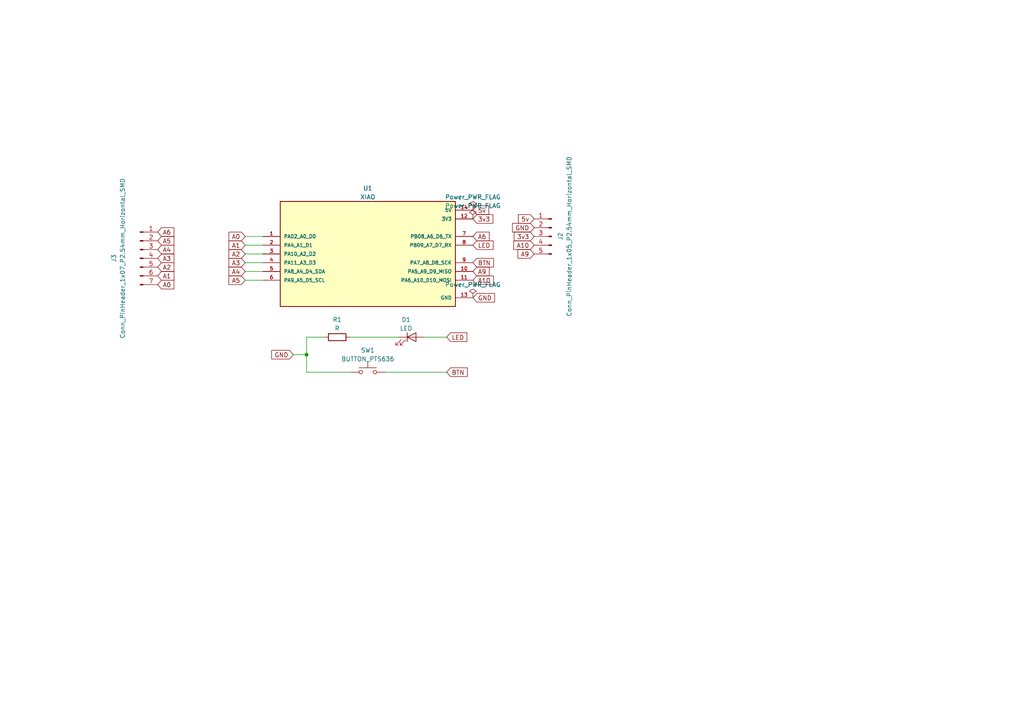
<source format=kicad_sch>
(kicad_sch (version 20230121) (generator eeschema)
  (paper "A4")
  (lib_symbols
    (symbol "102010388:102010388" (pin_names (offset 1.016))
      (property "Reference" "U" (at -25.4 16.002 0))
      (property "Value" "102010388" (at -25.4 -17.78 0))
      (symbol "102010388_0_0"
        (rectangle (start -25.4 -15.24) (end 25.4 15.24) (stroke (width 0.254)) (fill (type background)))
        (pin bidirectional line (at -30.48 5.08 0) (length 5.08) (name "PA02_A0_D0") (number "1"))
        (pin bidirectional line (at 30.48 -5.08 180) (length 5.08) (name "PA5_A9_D9_MISO") (number "10"))
        (pin bidirectional line (at 30.48 -7.62 180) (length 5.08) (name "PA6_A10_D10_MOSI") (number "11"))
        (pin power_in line (at 30.48 10.16 180) (length 5.08) (name "3V3") (number "12"))
        (pin power_in line (at 30.48 -12.7 180) (length 5.08) (name "GND") (number "13"))
        (pin power_in line (at 30.48 12.7 180) (length 5.08) (name "5V") (number "14"))
        (pin bidirectional line (at -30.48 2.54 0) (length 5.08) (name "PA4_A1_D1") (number "2"))
        (pin bidirectional line (at -30.48 0 0) (length 5.08) (name "PA10_A2_D2") (number "3"))
        (pin bidirectional line (at -30.48 -2.54 0) (length 5.08) (name "PA11_A3_D3") (number "4"))
        (pin bidirectional line (at -30.48 -5.08 0) (length 5.08) (name "PA8_A4_D4_SDA") (number "5"))
        (pin bidirectional line (at -30.48 -7.62 0) (length 5.08) (name "PA9_A5_D5_SCL") (number "6"))
        (pin bidirectional line (at 30.48 5.08 180) (length 5.08) (name "PB08_A6_D6_TX") (number "7"))
        (pin bidirectional line (at 30.48 2.54 180) (length 5.08) (name "PB09_A7_D7_RX") (number "8"))
        (pin bidirectional line (at 30.48 -2.54 180) (length 5.08) (name "PA7_A8_D8_SCK") (number "9"))
      )
    )
    (symbol "fab:BUTTON_PTS636" (pin_numbers hide) (pin_names (offset 1.016) hide)
      (property "Reference" "SW" (at 1.27 2.54 0))
      (property "Value" "BUTTON_PTS636" (at 0 -1.524 0))
      (symbol "BUTTON_PTS636_0_1"
        (circle (center -2.032 0) (radius 0.508))
        (polyline (pts (xy 0 1.27) (xy 0 3.048)))
        (polyline (pts (xy 2.54 1.27) (xy -2.54 1.27)))
        (circle (center 2.032 0) (radius 0.508))
        (pin passive line (at -5.08 0 0) (length 2.54) (name "1") (number "1"))
        (pin passive line (at 5.08 0 180) (length 2.54) (name "2") (number "2"))
      )
    )
    (symbol "fab:Conn_PinHeader_1x05_P2.54mm_Horizontal_SMD" (pin_names (offset 1.016) hide)
      (property "Reference" "J" (at 0 7.62 0))
      (property "Value" "Conn_PinHeader_1x05_P2.54mm_Horizontal_SMD" (at 0 -7.62 0))
      (symbol "Conn_PinHeader_1x05_P2.54mm_Horizontal_SMD_1_1"
        (polyline (pts (xy 1.27 -5.08) (xy 0.8636 -5.08)) (stroke (width 0.1524)))
        (polyline (pts (xy 1.27 -2.54) (xy 0.8636 -2.54)) (stroke (width 0.1524)))
        (polyline (pts (xy 1.27 0) (xy 0.8636 0)) (stroke (width 0.1524)))
        (polyline (pts (xy 1.27 2.54) (xy 0.8636 2.54)) (stroke (width 0.1524)))
        (polyline (pts (xy 1.27 5.08) (xy 0.8636 5.08)) (stroke (width 0.1524)))
        (rectangle (start 0.8636 -4.953) (end 0 -5.207) (stroke (width 0.1524)) (fill (type outline)))
        (rectangle (start 0.8636 -2.413) (end 0 -2.667) (stroke (width 0.1524)) (fill (type outline)))
        (rectangle (start 0.8636 0.127) (end 0 -0.127) (stroke (width 0.1524)) (fill (type outline)))
        (rectangle (start 0.8636 2.667) (end 0 2.413) (stroke (width 0.1524)) (fill (type outline)))
        (rectangle (start 0.8636 5.207) (end 0 4.953) (stroke (width 0.1524)) (fill (type outline)))
        (pin passive line (at 5.08 5.08 180) (length 3.81) (name "Pin_1") (number "1"))
        (pin passive line (at 5.08 2.54 180) (length 3.81) (name "Pin_2") (number "2"))
        (pin passive line (at 5.08 0 180) (length 3.81) (name "Pin_3") (number "3"))
        (pin passive line (at 5.08 -2.54 180) (length 3.81) (name "Pin_4") (number "4"))
        (pin passive line (at 5.08 -5.08 180) (length 3.81) (name "Pin_5") (number "5"))
      )
    )
    (symbol "fab:Conn_PinHeader_1x07_P2.54mm_Horizontal_SMD" (pin_names (offset 1.016) hide)
      (property "Reference" "J" (at 0 10.16 0))
      (property "Value" "Conn_PinHeader_1x07_P2.54mm_Horizontal_SMD" (at 0 -10.16 0))
      (symbol "Conn_PinHeader_1x07_P2.54mm_Horizontal_SMD_1_1"
        (polyline (pts (xy 1.27 -7.62) (xy 0.8636 -7.62)) (stroke (width 0.1524)))
        (polyline (pts (xy 1.27 -5.08) (xy 0.8636 -5.08)) (stroke (width 0.1524)))
        (polyline (pts (xy 1.27 -2.54) (xy 0.8636 -2.54)) (stroke (width 0.1524)))
        (polyline (pts (xy 1.27 0) (xy 0.8636 0)) (stroke (width 0.1524)))
        (polyline (pts (xy 1.27 2.54) (xy 0.8636 2.54)) (stroke (width 0.1524)))
        (polyline (pts (xy 1.27 5.08) (xy 0.8636 5.08)) (stroke (width 0.1524)))
        (polyline (pts (xy 1.27 7.62) (xy 0.8636 7.62)) (stroke (width 0.1524)))
        (rectangle (start 0.8636 -7.493) (end 0 -7.747) (stroke (width 0.1524)) (fill (type outline)))
        (rectangle (start 0.8636 -4.953) (end 0 -5.207) (stroke (width 0.1524)) (fill (type outline)))
        (rectangle (start 0.8636 -2.413) (end 0 -2.667) (stroke (width 0.1524)) (fill (type outline)))
        (rectangle (start 0.8636 0.127) (end 0 -0.127) (stroke (width 0.1524)) (fill (type outline)))
        (rectangle (start 0.8636 2.667) (end 0 2.413) (stroke (width 0.1524)) (fill (type outline)))
        (rectangle (start 0.8636 5.207) (end 0 4.953) (stroke (width 0.1524)) (fill (type outline)))
        (rectangle (start 0.8636 7.747) (end 0 7.493) (stroke (width 0.1524)) (fill (type outline)))
        (pin passive line (at 5.08 7.62 180) (length 3.81) (name "Pin_1") (number "1"))
        (pin passive line (at 5.08 5.08 180) (length 3.81) (name "Pin_2") (number "2"))
        (pin passive line (at 5.08 2.54 180) (length 3.81) (name "Pin_3") (number "3"))
        (pin passive line (at 5.08 0 180) (length 3.81) (name "Pin_4") (number "4"))
        (pin passive line (at 5.08 -2.54 180) (length 3.81) (name "Pin_5") (number "5"))
        (pin passive line (at 5.08 -5.08 180) (length 3.81) (name "Pin_6") (number "6"))
        (pin passive line (at 5.08 -7.62 180) (length 3.81) (name "Pin_7") (number "7"))
      )
    )
    (symbol "fab:LED" (pin_numbers hide) (pin_names (offset 1.016) hide)
      (property "Reference" "D" (at 0 2.54 0))
      (property "Value" "LED" (at 0 -2.54 0))
      (symbol "LED_0_1"
        (polyline (pts (xy -1.27 -1.27) (xy -1.27 1.27)) (stroke (width 0.2032)))
        (polyline (pts (xy -1.27 0) (xy 1.27 0)))
        (polyline (pts (xy 1.27 -1.27) (xy 1.27 1.27) (xy -1.27 0) (xy 1.27 -1.27)) (stroke (width 0.2032)))
        (polyline (pts (xy -3.048 -0.762) (xy -4.572 -2.286) (xy -3.81 -2.286) (xy -4.572 -2.286) (xy -4.572 -1.524)))
        (polyline (pts (xy -1.778 -0.762) (xy -3.302 -2.286) (xy -2.54 -2.286) (xy -3.302 -2.286) (xy -3.302 -1.524)))
      )
      (symbol "LED_1_1"
        (pin passive line (at -3.81 0 0) (length 2.54) (name "K") (number "1"))
        (pin passive line (at 3.81 0 180) (length 2.54) (name "A") (number "2"))
      )
    )
    (symbol "fab:Power_PWR_FLAG" (power) (pin_numbers hide) (pin_names (offset 0) hide)
      (property "Value" "Power_PWR_FLAG" (at 0 3.81 0))
      (symbol "Power_PWR_FLAG_0_0"
        (pin power_out line (at 0 0 90) (length 0) (name "pwr") (number "1"))
      )
      (symbol "Power_PWR_FLAG_0_1"
        (polyline (pts (xy 0 0) (xy 0 1.27) (xy -1.016 1.905) (xy 0 2.54) (xy 1.016 1.905) (xy 0 1.27)))
      )
    )
    (symbol "fab:R" (pin_numbers hide) (pin_names (offset 0))
      (property "Reference" "R" (at 2.032 0 90))
      (property "Value" "R" (at 0 0 90))
      (symbol "R_0_1"
        (rectangle (start -1.016 -2.54) (end 1.016 2.54) (stroke (width 0.254)))
      )
      (symbol "R_1_1"
        (pin passive line (at 0 3.81 270) (length 1.27) (name "~") (number "1"))
        (pin passive line (at 0 -3.81 90) (length 1.27) (name "~") (number "2"))
      )
    )
  )
  (junction (at 88.9 102.87))
  (wire (pts (xy 123.19 97.79) (xy 129.54 97.79)))
  (wire (pts (xy 101.6 97.79) (xy 115.57 97.79)))
  (wire (pts (xy 71.12 68.58) (xy 76.2 68.58)))
  (wire (pts (xy 111.76 107.95) (xy 129.54 107.95)))
  (wire (pts (xy 71.12 71.12) (xy 76.2 71.12)))
  (wire (pts (xy 85.09 102.87) (xy 88.9 102.87)))
  (wire (pts (xy 88.9 97.79) (xy 88.9 102.87)))
  (wire (pts (xy 71.12 81.28) (xy 76.2 81.28)))
  (wire (pts (xy 88.9 102.87) (xy 88.9 107.95)))
  (wire (pts (xy 71.12 78.74) (xy 76.2 78.74)))
  (wire (pts (xy 71.12 76.2) (xy 76.2 76.2)))
  (wire (pts (xy 88.9 107.95) (xy 101.6 107.95)))
  (wire (pts (xy 71.12 73.66) (xy 76.2 73.66)))
  (wire (pts (xy 88.9 97.79) (xy 93.98 97.79)))
  (global_label "A10" (shape input) (at 154.94 71.12 180) (property "Intersheetrefs" "${INTERSHEET_REFS}" (effects hide)))
  (global_label "A1" (shape input) (at 45.72 80.01 0) (property "Intersheetrefs" "${INTERSHEET_REFS}" (effects hide)))
  (global_label "GND" (shape input) (at 85.09 102.87 180) (property "Intersheetrefs" "${INTERSHEET_REFS}" (effects hide)))
  (global_label "A5" (shape input) (at 71.12 81.28 180) (property "Intersheetrefs" "${INTERSHEET_REFS}" (effects hide)))
  (global_label "A6" (shape input) (at 137.16 68.58 0) (property "Intersheetrefs" "${INTERSHEET_REFS}" (effects hide)))
  (global_label "5v" (shape input) (at 154.94 63.5 180) (property "Intersheetrefs" "${INTERSHEET_REFS}" (effects hide)))
  (global_label "A3" (shape input) (at 71.12 76.2 180) (property "Intersheetrefs" "${INTERSHEET_REFS}" (effects hide)))
  (global_label "A1" (shape input) (at 71.12 71.12 180) (property "Intersheetrefs" "${INTERSHEET_REFS}" (effects hide)))
  (global_label "A2" (shape input) (at 71.12 73.66 180) (property "Intersheetrefs" "${INTERSHEET_REFS}" (effects hide)))
  (global_label "A9" (shape input) (at 154.94 73.66 180) (property "Intersheetrefs" "${INTERSHEET_REFS}" (effects hide)))
  (global_label "GND" (shape input) (at 137.16 86.36 0) (property "Intersheetrefs" "${INTERSHEET_REFS}" (effects hide)))
  (global_label "A9" (shape input) (at 137.16 78.74 0) (property "Intersheetrefs" "${INTERSHEET_REFS}" (effects hide)))
  (global_label "A5" (shape input) (at 45.72 69.85 0) (property "Intersheetrefs" "${INTERSHEET_REFS}" (effects hide)))
  (global_label "A3" (shape input) (at 45.72 74.93 0) (property "Intersheetrefs" "${INTERSHEET_REFS}" (effects hide)))
  (global_label "A6" (shape input) (at 45.72 67.31 0) (property "Intersheetrefs" "${INTERSHEET_REFS}" (effects hide)))
  (global_label "BTN" (shape input) (at 137.16 76.2 0) (property "Intersheetrefs" "${INTERSHEET_REFS}" (effects hide)))
  (global_label "GND" (shape input) (at 154.94 66.04 180) (property "Intersheetrefs" "${INTERSHEET_REFS}" (effects hide)))
  (global_label "A0" (shape input) (at 45.72 82.55 0) (property "Intersheetrefs" "${INTERSHEET_REFS}" (effects hide)))
  (global_label "3v3" (shape input) (at 137.16 63.5 0) (property "Intersheetrefs" "${INTERSHEET_REFS}" (effects hide)))
  (global_label "5v" (shape input) (at 137.16 60.96 0) (property "Intersheetrefs" "${INTERSHEET_REFS}" (effects hide)))
  (global_label "A4" (shape input) (at 45.72 72.39 0) (property "Intersheetrefs" "${INTERSHEET_REFS}" (effects hide)))
  (global_label "A10" (shape input) (at 137.16 81.28 0) (property "Intersheetrefs" "${INTERSHEET_REFS}" (effects hide)))
  (global_label "3v3" (shape input) (at 154.94 68.58 180) (property "Intersheetrefs" "${INTERSHEET_REFS}" (effects hide)))
  (global_label "BTN" (shape input) (at 129.54 107.95 0) (property "Intersheetrefs" "${INTERSHEET_REFS}" (effects hide)))
  (global_label "A0" (shape input) (at 71.12 68.58 180) (property "Intersheetrefs" "${INTERSHEET_REFS}" (effects hide)))
  (global_label "LED" (shape input) (at 137.16 71.12 0) (property "Intersheetrefs" "${INTERSHEET_REFS}" (effects hide)))
  (global_label "A2" (shape input) (at 45.72 77.47 0) (property "Intersheetrefs" "${INTERSHEET_REFS}" (effects hide)))
  (global_label "LED" (shape input) (at 129.54 97.79 0) (property "Intersheetrefs" "${INTERSHEET_REFS}" (effects hide)))
  (global_label "A4" (shape input) (at 71.12 78.74 180) (property "Intersheetrefs" "${INTERSHEET_REFS}" (effects hide)))
  (symbol (lib_id "fab:Power_PWR_FLAG") (at 137.16 60.96 0) (unit 1)
    (property "Reference" "#FLG01" (effects hide))
    (property "Value" "Power_PWR_FLAG" (at 137.16 57.15 0))
  )
  (symbol (lib_id "fab:BUTTON_PTS636") (at 106.68 107.95 0) (mirror y) (unit 1)
    (property "Reference" "SW1" (at 106.68 101.6 0))
    (property "Value" "BUTTON_PTS636" (at 106.68 104.14 0))
    (property "Footprint" "fab:Button_Omron_B3SN_6.0x6.0mm" (effects hide))
    (property "Datasheet" "https://dznh3ojzb2azq.cloudfront.net/products/Tactile/PTS636/documents/datasheet.pdf" (effects hide))
  )
  (symbol (lib_id "fab:Conn_PinHeader_1x05_P2.54mm_Horizontal_SMD") (at 160.02 68.58 0) (mirror y) (unit 1)
    (property "Reference" "J2" (at 162.56 68.58 90))
    (property "Value" "Conn_PinHeader_1x05_P2.54mm_Horizontal_SMD" (at 165.1 68.58 90))
    (property "Footprint" "fab:PinHeader_1x05_P2.54mm_Horizontal_SMD" (effects hide))
  )
  (symbol (lib_id "102010388:102010388") (at 106.68 73.66 0) (unit 1)
    (property "Reference" "U1" (at 106.68 54.61 0))
    (property "Value" "XIAO" (at 106.68 57.15 0))
    (property "Footprint" "MODULE_102010388" (effects hide))
    (property "STANDARD" "Manufacturer Recommendations" (effects hide))
    (property "PARTREV" "N/A" (effects hide))
    (property "SNAPEDA_PN" "102010388" (effects hide))
    (property "MANUFACTURER" "Seeed Technology" (effects hide))
    (property "MAXIMUM_PACKAGE_HEIGHT" "N/A" (effects hide))
  )
  (symbol (lib_id "fab:R") (at 97.79 97.79 90) (unit 1)
    (property "Reference" "R1" (at 97.79 92.71 90))
    (property "Value" "R" (at 97.79 95.25 90))
    (property "Footprint" "fab:R_1206" (effects hide))
  )
  (symbol (lib_id "fab:Power_PWR_FLAG") (at 137.16 63.5 0) (unit 1)
    (property "Reference" "#FLG02" (effects hide))
    (property "Value" "Power_PWR_FLAG" (at 137.16 59.69 0))
  )
  (symbol (lib_id "fab:Power_PWR_FLAG") (at 137.16 86.36 0) (unit 1)
    (property "Reference" "#FLG03" (effects hide))
    (property "Value" "Power_PWR_FLAG" (at 137.16 82.55 0))
  )
  (symbol (lib_id "fab:Conn_PinHeader_1x07_P2.54mm_Horizontal_SMD") (at 40.64 74.93 0) (unit 1)
    (property "Reference" "J3" (at 33.02 74.93 90))
    (property "Value" "Conn_PinHeader_1x07_P2.54mm_Horizontal_SMD" (at 35.56 74.93 90))
    (property "Footprint" "fab:PinHeader_1x07_P2.54mm_Horizontal_SMD" (effects hide))
  )
  (symbol (lib_id "fab:LED") (at 119.38 97.79 0) (unit 1)
    (property "Reference" "D1" (at 117.7798 92.71 0))
    (property "Value" "LED" (at 117.7798 95.25 0))
    (property "Footprint" "fab:LED_1206" (effects hide))
    (property "Datasheet" "https://optoelectronics.liteon.com/upload/download/DS-22-98-0002/LTST-C150CKT.pdf" (effects hide))
  )
)
</source>
